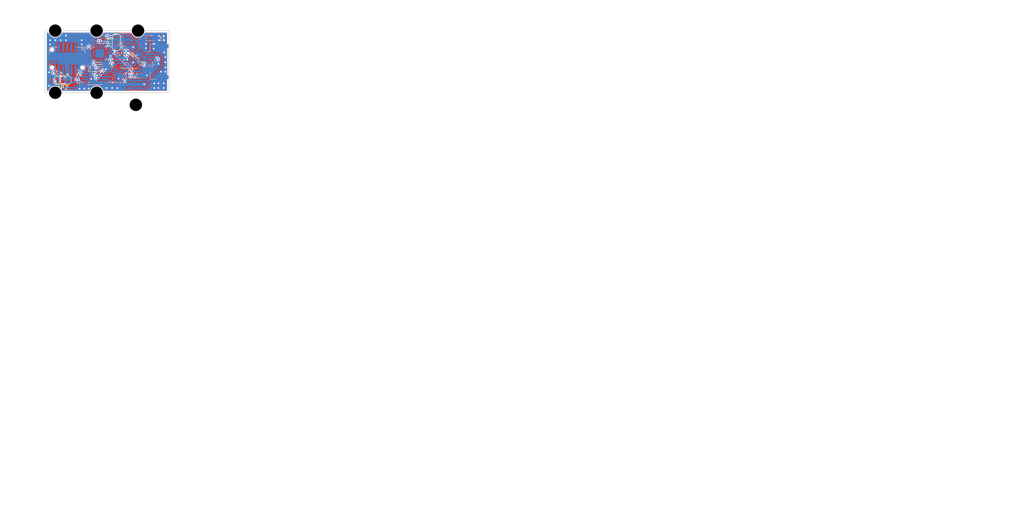
<source format=kicad_pcb>
(kicad_pcb (version 20210722) (generator pcbnew)
  (layers (0 "F.Cu" signal) (31 "B.Cu" signal) (34 "B.Paste" user) (35 "F.Paste" user) (36 "B.SilkS" user "B.Silkscreen") (37 "F.SilkS" user "F.Silkscreen") (38 "B.Mask" user) (39 "F.Mask" user) (44 "Edge.Cuts" user))
  (net 0 "")
  (net 1 "GND")
  (net 2 "+5V")
  (net 3 "+3V3")
  (net 4 "+1V8")
  (net 5 "Net-(C4-Pad1)")
  (net 6 "Net-(JP1-Pad2)")
  (net 7 "/SCL_3V3")
  (net 8 "/SDA_3V3")
  (net 9 "/SDA_1V8")
  (net 10 "/SCL_1V8")
  (net 11 "Net-(R6-Pad2)")
  (net 12 "Net-(R7-Pad2)")
  (net 14 "/P_SDA_1V8")
  (net 15 "/P_SCL_1V8")
  (net 32 "Net-(R10-Pad1)")
  (net 33 "Net-(R1-Pad1)")
  (net 34 "Net-(U1-Pad9)")
  (net 35 "Net-(R11-Pad1)")
  (footprint "Jumper:SolderJumper-3_P1.3mm_Bridged12_RoundedPad1.0x1.5mm" (layer "F.Cu") (at 4.318 -3.048 180)
    (fp_text reference "JP2" (at 0 -1.8) (layer "F.SilkS"))
    (fp_text value "SolderJumper_3_Bridged12")
    (fp_poly (pts (xy -0.9 -0.3) (xy -0.4 -0.3) (xy -0.4 0.3) (xy -0.9 0.3)) (layer "F.Cu") (width 0) (fill solid))
    (pad "1" smd custom locked (at -1.3 0 180) (size 1 0.5) (layers "F.Cu" "F.Mask") (net 1 "GND") (options (clearance outline) (anchor rect)) (primitives (gr_circle (center 0 0.25) (end 0.5 0.25) (width 0) (fill yes)) (gr_circle (center 0 -0.25) (end 0.5 -0.25) (width 0) (fill yes)) (gr_poly (pts (xy 0.55 0.75) (xy 0 0.75) (xy 0 -0.75) (xy 0.55 -0.75)) (width 0) (fill yes))))
    (pad "2" smd rect locked (at 0 0 180) (size 1 1.5) (layers "F.Cu" "F.Mask") (net 34 "Net-(U1-Pad9)"))
    (pad "3" smd custom locked (at 1.3 0 180) (size 1 0.5) (layers "F.Cu" "F.Mask") (net 32 "Net-(R10-Pad1)") (options (clearance outline) (anchor rect)) (primitives (gr_circle (center 0 0.25) (end 0.5 0.25) (width 0) (fill yes)) (gr_circle (center 0 -0.25) (end 0.5 -0.25) (width 0) (fill yes)) (gr_poly (pts (xy 0 0.75) (xy -0.55 0.75) (xy -0.55 -0.75) (xy 0 -0.75)) (width 0) (fill yes))))
  )
  (footprint "Mlab_Mechanical:dira_3mm" (layer "F.Cu") (at 2.5 -15)
    (fp_text reference "M3" hide)
    (fp_text value "HOLE_TF" hide)
    (pad "" np_thru_hole circle locked (at 0 0) (size 3 3) (drill 3) (layers *.Mask))
  )
  (footprint "Mlab_Mechanical:dira_3mm" (layer "F.Cu") (at 22.5 -15)
    (fp_text reference "M8" hide)
    (fp_text value "HOLE_TF" hide)
    (pad "" np_thru_hole circle locked (at 0 0) (size 3 3) (drill 3) (layers *.Mask))
  )
  (footprint "Mlab_Mechanical:dira_3mm" (layer "F.Cu") (at 2.5 0)
    (fp_text reference "M2" hide)
    (fp_text value "HOLE_TF" hide)
    (pad "" np_thru_hole circle locked (at 0 0) (size 3 3) (drill 3) (layers *.Mask))
  )
  (footprint "Jumper:SolderJumper-3_P1.3mm_Bridged12_RoundedPad1.0x1.5mm" (layer "F.Cu") (at 17.272 -12.192 90)
    (fp_text reference "JP1" (at 0 -1.8 90) (layer "F.SilkS"))
    (fp_text value "SolderJumper_3_Bridged12")
    (fp_poly (pts (xy -0.9 -0.3) (xy -0.4 -0.3) (xy -0.4 0.3) (xy -0.9 0.3)) (layer "F.Cu") (width 0) (fill solid))
    (pad "1" smd custom locked (at -1.3 0 90) (size 1 0.5) (layers "F.Cu" "F.Mask") (net 1 "GND") (options (clearance outline) (anchor rect)) (primitives (gr_circle (center 0 0.25) (end 0.5 0.25) (width 0) (fill yes)) (gr_circle (center 0 -0.25) (end 0.5 -0.25) (width 0) (fill yes)) (gr_poly (pts (xy 0.55 0.75) (xy 0 0.75) (xy 0 -0.75) (xy 0.55 -0.75)) (width 0) (fill yes))))
    (pad "2" smd rect locked (at 0 0 90) (size 1 1.5) (layers "F.Cu" "F.Mask") (net 6 "Net-(JP1-Pad2)"))
    (pad "3" smd custom locked (at 1.3 0 90) (size 1 0.5) (layers "F.Cu" "F.Mask") (net 4 "+1V8") (options (clearance outline) (anchor rect)) (primitives (gr_circle (center 0 0.25) (end 0.5 0.25) (width 0) (fill yes)) (gr_circle (center 0 -0.25) (end 0.5 -0.25) (width 0) (fill yes)) (gr_poly (pts (xy 0 0.75) (xy -0.55 0.75) (xy -0.55 -0.75) (xy 0 -0.75)) (width 0) (fill yes))))
  )
  (footprint "Mlab_Mechanical:dira_3mm" (layer "F.Cu") (at 21.971 2.921)
    (fp_text reference "M4" hide)
    (fp_text value "HOLE_TF" hide)
    (pad "" np_thru_hole circle locked (at 0 0) (size 3 3) (drill 3) (layers *.Mask))
  )
  (footprint "Mlab_Mechanical:dira_3mm" (layer "F.Cu") (at 12.5 0)
    (fp_text reference "M1" hide)
    (fp_text value "HOLE_TF" hide)
    (pad "" np_thru_hole circle locked (at 0 0) (size 3 3) (drill 3) (layers *.Mask))
  )
  (footprint "Mlab_Mechanical:dira_3mm" (layer "F.Cu") (at 12.5 -15)
    (fp_text reference "M7" hide)
    (fp_text value "HOLE_TF" hide)
    (pad "" np_thru_hole circle locked (at 0 0) (size 3 3) (drill 3) (layers *.Mask))
  )
  (footprint "Capacitor_SMD:C_0402_1005Metric" (layer "B.Cu") (at 25.527 -1.651)
    (fp_text reference "C5" hide)
    (fp_text value "1uF")
    (pad "1" smd roundrect locked (at -0.48 0) (size 0.56 0.62) (layers "B.Cu" "B.Paste" "B.Mask") (net 2 "+5V"))
    (pad "2" smd roundrect locked (at 0.48 0) (size 0.56 0.62) (layers "B.Cu" "B.Paste" "B.Mask") (net 1 "GND"))
  )
  (footprint "Resistor_SMD:R_0402_1005Metric" (layer "B.Cu") (at 21.082 -10.033 180)
    (fp_text reference "R11" hide)
    (fp_text value "75R")
    (pad "1" smd roundrect locked (at -0.51 0 180) (size 0.54 0.64) (layers "B.Cu" "B.Paste" "B.Mask") (net 35 "Net-(R11-Pad1)"))
    (pad "2" smd roundrect locked (at 0.51 0 180) (size 0.54 0.64) (layers "B.Cu" "B.Paste" "B.Mask") (net 8 "/SDA_3V3"))
  )
  (footprint "Capacitor_SMD:C_0402_1005Metric" (layer "B.Cu") (at 15.748 -5.588 -90)
    (fp_text reference "C9" hide)
    (fp_text value "100nF")
    (pad "1" smd roundrect locked (at -0.48 0 270) (size 0.56 0.62) (layers "B.Cu" "B.Paste" "B.Mask") (net 1 "GND"))
    (pad "2" smd roundrect locked (at 0.48 0 270) (size 0.56 0.62) (layers "B.Cu" "B.Paste" "B.Mask") (net 4 "+1V8"))
  )
  (footprint "Capacitor_SMD:C_0402_1005Metric" (layer "B.Cu") (at 16.129 -10.386 90)
    (fp_text reference "C3" hide)
    (fp_text value "100nF" hide)
    (pad "1" smd roundrect locked (at -0.48 0 90) (size 0.56 0.62) (layers "B.Cu" "B.Paste" "B.Mask") (net 3 "+3V3"))
    (pad "2" smd roundrect locked (at 0.48 0 90) (size 0.56 0.62) (layers "B.Cu" "B.Paste" "B.Mask") (net 1 "GND"))
  )
  (footprint "Resistor_SMD:R_0402_1005Metric" (layer "B.Cu") (at 16.891 -8.255 -90)
    (fp_text reference "R4" hide)
    (fp_text value "1k5")
    (pad "1" smd roundrect locked (at -0.51 0 270) (size 0.54 0.64) (layers "B.Cu" "B.Paste" "B.Mask") (net 4 "+1V8"))
    (pad "2" smd roundrect locked (at 0.51 0 270) (size 0.54 0.64) (layers "B.Cu" "B.Paste" "B.Mask") (net 9 "/SDA_1V8"))
  )
  (footprint "Capacitor_SMD:C_0402_1005Metric" (layer "B.Cu") (at 22.86 -11.176)
    (fp_text reference "C11" hide)
    (fp_text value "10uF")
    (pad "1" smd roundrect locked (at -0.48 0) (size 0.56 0.62) (layers "B.Cu" "B.Paste" "B.Mask") (net 2 "+5V"))
    (pad "2" smd roundrect locked (at 0.48 0) (size 0.56 0.62) (layers "B.Cu" "B.Paste" "B.Mask") (net 1 "GND"))
  )
  (footprint "Capacitor_SMD:C_0402_1005Metric" (layer "B.Cu") (at 11.049 -6.096)
    (fp_text reference "C10" hide)
    (fp_text value "100nF")
    (pad "1" smd roundrect locked (at -0.48 0) (size 0.56 0.62) (layers "B.Cu" "B.Paste" "B.Mask") (net 3 "+3V3"))
    (pad "2" smd roundrect locked (at 0.48 0) (size 0.56 0.62) (layers "B.Cu" "B.Paste" "B.Mask") (net 1 "GND"))
  )
  (footprint "Resistor_SMD:R_0402_1005Metric" (layer "B.Cu") (at 18.034 -10.033)
    (fp_text reference "R3" hide)
    (fp_text value "1k5")
    (pad "1" smd roundrect locked (at -0.51 0) (size 0.54 0.64) (layers "B.Cu" "B.Paste" "B.Mask") (net 3 "+3V3"))
    (pad "2" smd roundrect locked (at 0.51 0) (size 0.54 0.64) (layers "B.Cu" "B.Paste" "B.Mask") (net 8 "/SDA_3V3"))
  )
  (footprint "Diode_SMD:D_SOD-523" (layer "B.Cu") (at 25.527 -13.208)
    (fp_text reference "D2" hide)
    (fp_text value "BZX585-B5V6.115" hide)
    (pad "1" smd rect locked (at -0.7 0 180) (size 0.6 0.7) (layers "B.Cu" "B.Paste" "B.Mask") (net 2 "+5V"))
    (pad "2" smd rect locked (at 0.7 0 180) (size 0.6 0.7) (layers "B.Cu" "B.Paste" "B.Mask") (net 1 "GND"))
  )
  (footprint "Capacitor_SMD:C_0402_1005Metric" (layer "B.Cu") (at 18.542 -4.572 90)
    (fp_text reference "C12" hide)
    (fp_text value "100nF" hide)
    (pad "1" smd roundrect locked (at -0.48 0 90) (size 0.56 0.62) (layers "B.Cu" "B.Paste" "B.Mask") (net 1 "GND"))
    (pad "2" smd roundrect locked (at 0.48 0 90) (size 0.56 0.62) (layers "B.Cu" "B.Paste" "B.Mask") (net 4 "+1V8"))
  )
  (footprint "Capacitor_SMD:C_0402_1005Metric" (layer "B.Cu") (at 22.987 -4.699 -90)
    (fp_text reference "C13" hide)
    (fp_text value "100nF")
    (pad "1" smd roundrect locked (at -0.48 0 270) (size 0.56 0.62) (layers "B.Cu" "B.Paste" "B.Mask") (net 3 "+3V3"))
    (pad "2" smd roundrect locked (at 0.48 0 270) (size 0.56 0.62) (layers "B.Cu" "B.Paste" "B.Mask") (net 1 "GND"))
  )
  (footprint "Package_SO:TSSOP-8_3x3mm_P0.65mm" (layer "B.Cu") (at 12.065 -3.556 180)
    (fp_text reference "U3" hide)
    (fp_text value "TCA9617A")
    (pad "1" smd rect locked (at -2.15 0.975 180) (size 1.1 0.4) (layers "B.Cu" "B.Paste" "B.Mask") (net 4 "+1V8"))
    (pad "2" smd rect locked (at -2.15 0.325 180) (size 1.1 0.4) (layers "B.Cu" "B.Paste" "B.Mask") (net 15 "/P_SCL_1V8"))
    (pad "3" smd rect locked (at -2.15 -0.325 180) (size 1.1 0.4) (layers "B.Cu" "B.Paste" "B.Mask") (net 14 "/P_SDA_1V8"))
    (pad "4" smd rect locked (at -2.15 -0.975 180) (size 1.1 0.4) (layers "B.Cu" "B.Paste" "B.Mask") (net 1 "GND"))
    (pad "5" smd rect locked (at 2.15 -0.975 180) (size 1.1 0.4) (layers "B.Cu" "B.Paste" "B.Mask"))
    (pad "6" smd rect locked (at 2.15 -0.325 180) (size 1.1 0.4) (layers "B.Cu" "B.Paste" "B.Mask") (net 11 "Net-(R6-Pad2)"))
    (pad "7" smd rect locked (at 2.15 0.325 180) (size 1.1 0.4) (layers "B.Cu" "B.Paste" "B.Mask") (net 12 "Net-(R7-Pad2)"))
    (pad "8" smd rect locked (at 2.15 0.975 180) (size 1.1 0.4) (layers "B.Cu" "B.Paste" "B.Mask") (net 3 "+3V3"))
  )
  (footprint "Resistor_SMD:R_0402_1005Metric" (layer "B.Cu") (at 1.651 -3.302 90)
    (fp_text reference "R10" hide)
    (fp_text value "1k2")
    (pad "1" smd roundrect locked (at -0.51 0 90) (size 0.54 0.64) (layers "B.Cu" "B.Paste" "B.Mask") (net 32 "Net-(R10-Pad1)"))
    (pad "2" smd roundrect locked (at 0.51 0 90) (size 0.54 0.64) (layers "B.Cu" "B.Paste" "B.Mask") (net 1 "GND"))
  )
  (footprint "Resistor_SMD:R_0402_1005Metric" (layer "B.Cu") (at 19.812 -4.699 -90)
    (fp_text reference "R1" hide)
    (fp_text value "75R" hide)
    (pad "1" smd roundrect locked (at -0.51 0 270) (size 0.54 0.64) (layers "B.Cu" "B.Paste" "B.Mask") (net 33 "Net-(R1-Pad1)"))
    (pad "2" smd roundrect locked (at 0.51 0 270) (size 0.54 0.64) (layers "B.Cu" "B.Paste" "B.Mask") (net 7 "/SCL_3V3"))
  )
  (footprint "Capacitor_SMD:C_0402_1005Metric" (layer "B.Cu") (at 22.86 -12.573)
    (fp_text reference "C6" hide)
    (fp_text value "1uF")
    (pad "1" smd roundrect locked (at -0.48 0) (size 0.56 0.62) (layers "B.Cu" "B.Paste" "B.Mask") (net 2 "+5V"))
    (pad "2" smd roundrect locked (at 0.48 0) (size 0.56 0.62) (layers "B.Cu" "B.Paste" "B.Mask") (net 1 "GND"))
  )
  (footprint "Resistor_SMD:R_0402_1005Metric" (layer "B.Cu") (at 21.717 -4.699 -90)
    (fp_text reference "R2" hide)
    (fp_text value "1k5")
    (pad "1" smd roundrect locked (at -0.51 0 270) (size 0.54 0.64) (layers "B.Cu" "B.Paste" "B.Mask") (net 3 "+3V3"))
    (pad "2" smd roundrect locked (at 0.51 0 270) (size 0.54 0.64) (layers "B.Cu" "B.Paste" "B.Mask") (net 7 "/SCL_3V3"))
  )
  (footprint "Mlab_IO:SDP3x" (layer "B.Cu") (at 5.4 -8.25 180)
    (fp_text reference "U1" hide)
    (fp_text value "SDP3x")
    (pad "" np_thru_hole circle locked (at 3.65 -2.15 180) (size 0.7 0.7) (drill 0.7) (layers *.Cu *.Mask))
    (pad "" np_thru_hole circle locked (at 3.65 2.15 180) (size 0.7 0.7) (drill 0.7) (layers *.Cu *.Mask))
    (pad "" np_thru_hole circle locked (at -3.65 -2.15 180) (size 0.7 0.7) (drill 0.7) (layers *.Cu *.Mask))
    (pad "1" smd trapezoid locked (at -3.45 1 180) (size 2 0.5) (layers "B.Cu" "B.Paste" "B.Mask") (net 1 "GND"))
    (pad "2" smd trapezoid locked (at -3.45 0 180) (size 2 0.5) (layers "B.Cu" "B.Paste" "B.Mask") (net 1 "GND"))
    (pad "3" smd trapezoid locked (at -3.45 -1 180) (size 2 0.5) (layers "B.Cu" "B.Paste" "B.Mask") (net 1 "GND"))
    (pad "4" smd trapezoid locked (at -2 -2.7 90) (size 2 0.5) (layers "B.Cu" "B.Paste" "B.Mask"))
    (pad "5" smd trapezoid locked (at -1 -2.7 90) (size 2 0.5) (layers "B.Cu" "B.Paste" "B.Mask") (net 12 "Net-(R7-Pad2)"))
    (pad "6" smd trapezoid locked (at 0 -2.7 90) (size 2 0.5) (layers "B.Cu" "B.Paste" "B.Mask") (net 1 "GND"))
    (pad "7" smd trapezoid locked (at 1 -2.7 90) (size 2 0.5) (layers "B.Cu" "B.Paste" "B.Mask") (net 3 "+3V3"))
    (pad "8" smd trapezoid locked (at 2 -2.7 90) (size 2 0.5) (layers "B.Cu" "B.Paste" "B.Mask") (net 11 "Net-(R6-Pad2)"))
    (pad "9" smd trapezoid locked (at 3.45 -1 180) (size 2 0.5) (layers "B.Cu" "B.Paste" "B.Mask") (net 34 "Net-(U1-Pad9)"))
    (pad "10" smd trapezoid locked (at 3.45 0 180) (size 2 0.5) (layers "B.Cu" "B.Paste" "B.Mask") (net 1 "GND"))
    (pad "11" smd trapezoid locked (at 3.45 1 180) (size 2 0.5) (layers "B.Cu" "B.Paste" "B.Mask") (net 1 "GND"))
    (pad "12" smd trapezoid locked (at 2 2.7 90) (size 2 0.5) (layers "B.Cu" "B.Paste" "B.Mask"))
    (pad "13" smd trapezoid locked (at 1 2.7 90) (size 2 0.5) (layers "B.Cu" "B.Paste" "B.Mask"))
    (pad "14" smd trapezoid locked (at 0 2.7 90) (size 2 0.5) (layers "B.Cu" "B.Paste" "B.Mask"))
    (pad "15" smd trapezoid locked (at -1 2.7 90) (size 2 0.5) (layers "B.Cu" "B.Paste" "B.Mask"))
    (pad "16" smd trapezoid locked (at -2 2.7 90) (size 2 0.5) (layers "B.Cu" "B.Paste" "B.Mask"))
    (pad "17" smd trapezoid locked (at 0 0.85 180) (size 1.8 0.9) (layers "B.Cu" "B.Paste" "B.Mask") (net 1 "GND"))
    (pad "18" smd trapezoid locked (at 0 -0.85 180) (size 1.8 0.9) (layers "B.Cu" "B.Paste" "B.Mask") (net 1 "GND"))
  )
  (footprint "Connector_JST:JST_GH_SM04B-GHS-TB_1x04-1MP_P1.25mm_Horizontal" (layer "B.Cu") (at 27.178 -7.5 -90)
    (fp_text reference "J1" (at -5.581 -1.143 180) (layer "B.SilkS") (effects (justify mirror)))
    (fp_text value "SM04B-GHS-TB")
    (pad "1" smd roundrect locked (at -1.875 1.85 270) (size 0.6 1.7) (layers "B.Cu" "B.Paste" "B.Mask") (net 2 "+5V"))
    (pad "2" smd roundrect locked (at -0.625 1.85 270) (size 0.6 1.7) (layers "B.Cu" "B.Paste" "B.Mask") (net 7 "/SCL_3V3"))
    (pad "3" smd roundrect locked (at 0.625 1.85 270) (size 0.6 1.7) (layers "B.Cu" "B.Paste" "B.Mask") (net 8 "/SDA_3V3"))
    (pad "4" smd roundrect locked (at 1.875 1.85 270) (size 0.6 1.7) (layers "B.Cu" "B.Paste" "B.Mask") (net 1 "GND"))
    (pad "MP" smd roundrect locked (at 3.725 -1.35 270) (size 1 2.7) (layers "B.Cu" "B.Paste" "B.Mask") (net 1 "GND"))
    (pad "MP" smd roundrect locked (at -3.725 -1.35 270) (size 1 2.7) (layers "B.Cu" "B.Paste" "B.Mask") (net 1 "GND"))
  )
  (footprint "Capacitor_SMD:C_0402_1005Metric" (layer "B.Cu") (at 11.811 -12.319 180)
    (fp_text reference "C2" hide)
    (fp_text value "100nF")
    (pad "1" smd roundrect locked (at -0.48 0 180) (size 0.56 0.62) (layers "B.Cu" "B.Paste" "B.Mask") (net 4 "+1V8"))
    (pad "2" smd roundrect locked (at 0.48 0 180) (size 0.56 0.62) (layers "B.Cu" "B.Paste" "B.Mask") (net 1 "GND"))
  )
  (footprint "Capacitor_SMD:C_0402_1005Metric" (layer "B.Cu") (at 14.605 -12.446)
    (fp_text reference "C4" hide)
    (fp_text value "100nF")
    (pad "1" smd roundrect locked (at -0.48 0) (size 0.56 0.62) (layers "B.Cu" "B.Paste" "B.Mask") (net 5 "Net-(C4-Pad1)"))
    (pad "2" smd roundrect locked (at 0.48 0) (size 0.56 0.62) (layers "B.Cu" "B.Paste" "B.Mask") (net 1 "GND"))
  )
  (footprint "Resistor_SMD:R_0402_1005Metric" (layer "B.Cu") (at 16.383 -2.794 180)
    (fp_text reference "R8" hide)
    (fp_text value "1k5")
    (pad "1" smd roundrect locked (at -0.51 0 180) (size 0.54 0.64) (layers "B.Cu" "B.Paste" "B.Mask") (net 4 "+1V8"))
    (pad "2" smd roundrect locked (at 0.51 0 180) (size 0.54 0.64) (layers "B.Cu" "B.Paste" "B.Mask") (net 14 "/P_SDA_1V8"))
  )
  (footprint "Capacitor_SMD:C_0402_1005Metric" (layer "B.Cu") (at 4.953 -3.429)
    (fp_text reference "C1" hide)
    (fp_text value "100nF")
    (pad "1" smd roundrect locked (at -0.48 0) (size 0.56 0.62) (layers "B.Cu" "B.Paste" "B.Mask") (net 3 "+3V3"))
    (pad "2" smd roundrect locked (at 0.48 0) (size 0.56 0.62) (layers "B.Cu" "B.Paste" "B.Mask") (net 1 "GND"))
  )
  (footprint "Capacitor_SMD:C_0402_1005Metric" (layer "B.Cu") (at 16.256 -13.081 -90)
    (fp_text reference "C8" hide)
    (fp_text value "1uF")
    (pad "1" smd roundrect locked (at -0.48 0 270) (size 0.56 0.62) (layers "B.Cu" "B.Paste" "B.Mask") (net 4 "+1V8"))
    (pad "2" smd roundrect locked (at 0.48 0 270) (size 0.56 0.62) (layers "B.Cu" "B.Paste" "B.Mask") (net 1 "GND"))
  )
  (footprint "Resistor_SMD:R_0402_1005Metric" (layer "B.Cu") (at 16.891 -6.096 90)
    (fp_text reference "R5" hide)
    (fp_text value "1k5")
    (pad "1" smd roundrect locked (at -0.51 0 90) (size 0.54 0.64) (layers "B.Cu" "B.Paste" "B.Mask") (net 4 "+1V8"))
    (pad "2" smd roundrect locked (at 0.51 0 90) (size 0.54 0.64) (layers "B.Cu" "B.Paste" "B.Mask") (net 10 "/SCL_1V8"))
  )
  (footprint "Resistor_SMD:R_0402_1005Metric" (layer "B.Cu") (at 5.334 -1.778 -90)
    (fp_text reference "R6" hide)
    (fp_text value "1k5")
    (pad "1" smd roundrect locked (at -0.51 0 270) (size 0.54 0.64) (layers "B.Cu" "B.Paste" "B.Mask") (net 3 "+3V3"))
    (pad "2" smd roundrect locked (at 0.51 0 270) (size 0.54 0.64) (layers "B.Cu" "B.Paste" "B.Mask") (net 11 "Net-(R6-Pad2)"))
  )
  (footprint "Package_SO:TSSOP-8_3x3mm_P0.65mm" (layer "B.Cu") (at 20.701 -7.493)
    (fp_text reference "U6" hide)
    (fp_text value "TCA9617A")
    (pad "1" smd rect locked (at -2.15 0.975) (size 1.1 0.4) (layers "B.Cu" "B.Paste" "B.Mask") (net 4 "+1V8"))
    (pad "2" smd rect locked (at -2.15 0.325) (size 1.1 0.4) (layers "B.Cu" "B.Paste" "B.Mask") (net 10 "/SCL_1V8"))
    (pad "3" smd rect locked (at -2.15 -0.325) (size 1.1 0.4) (layers "B.Cu" "B.Paste" "B.Mask") (net 9 "/SDA_1V8"))
    (pad "4" smd rect locked (at -2.15 -0.975) (size 1.1 0.4) (layers "B.Cu" "B.Paste" "B.Mask") (net 1 "GND"))
    (pad "5" smd rect locked (at 2.15 -0.975) (size 1.1 0.4) (layers "B.Cu" "B.Paste" "B.Mask"))
    (pad "6" smd rect locked (at 2.15 -0.325) (size 1.1 0.4) (layers "B.Cu" "B.Paste" "B.Mask") (net 35 "Net-(R11-Pad1)"))
    (pad "7" smd rect locked (at 2.15 0.325) (size 1.1 0.4) (layers "B.Cu" "B.Paste" "B.Mask") (net 33 "Net-(R1-Pad1)"))
    (pad "8" smd rect locked (at 2.15 0.975) (size 1.1 0.4) (layers "B.Cu" "B.Paste" "B.Mask") (net 3 "+3V3"))
  )
  (footprint "Resistor_SMD:R_0402_1005Metric" (layer "B.Cu") (at 6.731 -3.046 90)
    (fp_text reference "R7" hide)
    (fp_text value "1k5")
    (pad "1" smd roundrect locked (at -0.51 0 90) (size 0.54 0.64) (layers "B.Cu" "B.Paste" "B.Mask") (net 3 "+3V3"))
    (pad "2" smd roundrect locked (at 0.51 0 90) (size 0.54 0.64) (layers "B.Cu" "B.Paste" "B.Mask") (net 12 "Net-(R7-Pad2)"))
  )
  (footprint "Package_TO_SOT_SMD:SOT-23-5" (layer "B.Cu") (at 18.923 -12.827 180)
    (fp_text reference "U5" hide)
    (fp_text value "MIC5504-1.8YM5-TR")
    (pad "1" smd roundrect locked (at -1.1375 0.95 180) (size 1.325 0.6) (layers "B.Cu" "B.Paste" "B.Mask") (net 2 "+5V"))
    (pad "2" smd roundrect locked (at -1.1375 0 180) (size 1.325 0.6) (layers "B.Cu" "B.Paste" "B.Mask") (net 1 "GND"))
    (pad "3" smd roundrect locked (at -1.1375 -0.95 180) (size 1.325 0.6) (layers "B.Cu" "B.Paste" "B.Mask") (net 2 "+5V"))
    (pad "4" smd roundrect locked (at 1.1375 -0.95 180) (size 1.325 0.6) (layers "B.Cu" "B.Paste" "B.Mask"))
    (pad "5" smd roundrect locked (at 1.1375 0.95 180) (size 1.325 0.6) (layers "B.Cu" "B.Paste" "B.Mask") (net 4 "+1V8"))
  )
  (footprint "Resistor_SMD:R_0402_1005Metric" (layer "B.Cu") (at 16.383 -3.937 180)
    (fp_text reference "R9" hide)
    (fp_text value "1k5")
    (pad "1" smd roundrect locked (at -0.51 0 180) (size 0.54 0.64) (layers "B.Cu" "B.Paste" "B.Mask") (net 4 "+1V8"))
    (pad "2" smd roundrect locked (at 0.51 0 180) (size 0.54 0.64) (layers "B.Cu" "B.Paste" "B.Mask") (net 15 "/P_SCL_1V8"))
  )
  (footprint "Package_TO_SOT_SMD:SOT-23-5" (layer "B.Cu") (at 21.59 -2.032 180)
    (fp_text reference "U4" hide)
    (fp_text value "MIC5504-3.3YM5-TR" hide)
    (pad "1" smd roundrect locked (at -1.1375 0.95 180) (size 1.325 0.6) (layers "B.Cu" "B.Paste" "B.Mask") (net 2 "+5V"))
    (pad "2" smd roundrect locked (at -1.1375 0 180) (size 1.325 0.6) (layers "B.Cu" "B.Paste" "B.Mask") (net 1 "GND"))
    (pad "3" smd roundrect locked (at -1.1375 -0.95 180) (size 1.325 0.6) (layers "B.Cu" "B.Paste" "B.Mask") (net 2 "+5V"))
    (pad "4" smd roundrect locked (at 1.1375 -0.95 180) (size 1.325 0.6) (layers "B.Cu" "B.Paste" "B.Mask"))
    (pad "5" smd roundrect locked (at 1.1375 0.95 180) (size 1.325 0.6) (layers "B.Cu" "B.Paste" "B.Mask") (net 3 "+3V3"))
  )
  (footprint "Capacitor_SMD:C_0402_1005Metric" (layer "B.Cu") (at 18.542 -2.286 -90)
    (fp_text reference "C7" hide)
    (fp_text value "1uF")
    (pad "1" smd roundrect locked (at -0.48 0 270) (size 0.56 0.62) (layers "B.Cu" "B.Paste" "B.Mask") (net 3 "+3V3"))
    (pad "2" smd roundrect locked (at 0.48 0 270) (size 0.56 0.62) (layers "B.Cu" "B.Paste" "B.Mask") (net 1 "GND"))
  )
  (footprint "Sensor_Motion:InvenSense_QFN-24_3x3mm_P0.4mm" (layer "B.Cu") (at 13.208 -9.525)
    (fp_text reference "U2" hide)
    (fp_text value "ICM-20948")
    (pad "1" smd roundrect locked (at -1.5 1) (size 0.55 0.2) (layers "B.Cu" "B.Paste" "B.Mask"))
    (pad "2" smd roundrect locked (at -1.5 0.6) (size 0.55 0.2) (layers "B.Cu" "B.Paste" "B.Mask"))
    (pad "3" smd roundrect locked (at -1.5 0.2) (size 0.55 0.2) (layers "B.Cu" "B.Paste" "B.Mask"))
    (pad "4" smd roundrect locked (at -1.5 -0.2) (size 0.55 0.2) (layers "B.Cu" "B.Paste" "B.Mask"))
    (pad "5" smd roundrect locked (at -1.5 -0.6) (size 0.55 0.2) (layers "B.Cu" "B.Paste" "B.Mask"))
    (pad "6" smd roundrect locked (at -1.5 -1) (size 0.55 0.2) (layers "B.Cu" "B.Paste" "B.Mask"))
    (pad "7" smd roundrect locked (at -1 -1.5 270) (size 0.55 0.2) (layers "B.Cu" "B.Paste" "B.Mask") (net 15 "/P_SCL_1V8"))
    (pad "8" smd roundrect locked (at -0.6 -1.5 270) (size 0.55 0.2) (layers "B.Cu" "B.Paste" "B.Mask") (net 4 "+1V8"))
    (pad "9" smd roundrect locked (at -0.2 -1.5 270) (size 0.55 0.2) (layers "B.Cu" "B.Paste" "B.Mask") (net 6 "Net-(JP1-Pad2)"))
    (pad "10" smd roundrect locked (at 0.2 -1.5 270) (size 0.55 0.2) (layers "B.Cu" "B.Paste" "B.Mask") (net 5 "Net-(C4-Pad1)"))
    (pad "11" smd roundrect locked (at 0.6 -1.5 270) (size 0.55 0.2) (layers "B.Cu" "B.Paste" "B.Mask") (net 1 "GND"))
    (pad "12" smd roundrect locked (at 1 -1.5 270) (size 0.55 0.2) (layers "B.Cu" "B.Paste" "B.Mask"))
    (pad "13" smd roundrect locked (at 1.5 -1) (size 0.55 0.2) (layers "B.Cu" "B.Paste" "B.Mask") (net 3 "+3V3"))
    (pad "14" smd roundrect locked (at 1.5 -0.6) (size 0.55 0.2) (layers "B.Cu" "B.Paste" "B.Mask"))
    (pad "15" smd roundrect locked (at 1.5 -0.2) (size 0.55 0.2) (layers "B.Cu" "B.Paste" "B.Mask"))
    (pad "16" smd roundrect locked (at 1.5 0.2) (size 0.55 0.2) (layers "B.Cu" "B.Paste" "B.Mask"))
    (pad "17" smd roundrect locked (at 1.5 0.6) (size 0.55 0.2) (layers "B.Cu" "B.Paste" "B.Mask"))
    (pad "18" smd roundrect locked (at 1.5 1) (size 0.55 0.2) (layers "B.Cu" "B.Paste" "B.Mask") (net 1 "GND"))
    (pad "19" smd roundrect locked (at 1 1.5 270) (size 0.55 0.2) (layers "B.Cu" "B.Paste" "B.Mask"))
    (pad "20" smd roundrect locked (at 0.6 1.5 270) (size 0.55 0.2) (layers "B.Cu" "B.Paste" "B.Mask") (net 1 "GND"))
    (pad "21" smd roundrect locked (at 0.2 1.5 270) (size 0.55 0.2) (layers "B.Cu" "B.Paste" "B.Mask") (net 14 "/P_SDA_1V8"))
    (pad "22" smd roundrect locked (at -0.2 1.5 270) (size 0.55 0.2) (layers "B.Cu" "B.Paste" "B.Mask") (net 4 "+1V8"))
    (pad "23" smd roundrect locked (at -0.6 1.5 270) (size 0.55 0.2) (layers "B.Cu" "B.Paste" "B.Mask") (net 10 "/SCL_1V8"))
    (pad "24" smd roundrect locked (at -1 1.5 270) (size 0.55 0.2) (layers "B.Cu" "B.Paste" "B.Mask") (net 9 "/SDA_1V8"))
  )
  (gr_line (start 0 -15) (end 30 -15) (layer "Edge.Cuts") (width 0.15))
  (gr_line (start 30 -15) (end 30 0) (layer "Edge.Cuts") (width 0.15))
  (gr_line (start 0 0) (end 30 0) (layer "Edge.Cuts") (width 0.15))
  (gr_line (start 0 0) (end 0 -15) (layer "Edge.Cuts") (width 0.15))
  (segment (start 21.3 -7.3) (end 21.3 -7.6) (width 0.3) (layer "F.Cu") (net 1))
  (segment (start 21.3 -7.6) (end 21.4 -7.7) (width 0.3) (layer "F.Cu") (net 1))
  (via (at 26.416 -1.143) (size 0.8) (drill 0.4) (layers "F.Cu" "B.Cu") (net 1))
  (via (at 8.89 -11.684) (size 0.8) (drill 0.4) (layers "F.Cu" "B.Cu") (net 1))
  (via (at 27.559 -12.7) (size 0.8) (drill 0.4) (layers "F.Cu" "B.Cu") (net 1))
  (via (at 21.336 -11.049) (size 0.8) (drill 0.4) (layers "F.Cu" "B.Cu") (net 1))
  (via (at 28.829 -9.779) (size 0.8) (drill 0.4) (layers "F.Cu" "B.Cu") (net 1))
  (via (at 1.27 -12.7) (size 0.8) (drill 0.4) (layers "F.Cu" "B.Cu") (net 1))
  (via (at 27.559 -13.716) (size 0.8) (drill 0.4) (layers "F.Cu" "B.Cu") (net 1))
  (via (at 8.382 -1.016) (size 0.8) (drill 0.4) (layers "F.Cu" "B.Cu") (net 1))
  (via (at 27.432 -1.143) (size 0.8) (drill 0.4) (layers "F.Cu" "B.Cu") (net 1))
  (via (at 28.067 -5.08) (size 0.8) (drill 0.4) (layers "F.Cu" "B.Cu") (net 1))
  (via (at 19.883915 -8.053117) (size 0.8) (drill 0.4) (layers "F.Cu" "B.Cu") (net 1))
  (via (at 5.08 -13.843) (size 0.8) (drill 0.4) (layers "F.Cu" "B.Cu") (net 1))
  (via (at 14.859 -1.143) (size 0.8) (drill 0.4) (layers "F.Cu" "B.Cu") (net 1))
  (via (at 11.176 -3.302) (size 0.8) (drill 0.4) (layers "F.Cu" "B.Cu") (net 1))
  (via (at 29.083 -7.366) (size 0.8) (drill 0.4) (layers "F.Cu" "B.Cu") (net 1))
  (via (at 27.432 -2.286) (size 0.8) (drill 0.4) (layers "F.Cu" "B.Cu") (net 1))
  (via (at 1.016 -4.953) (size 0.8) (drill 0.4) (layers "F.Cu" "B.Cu") (net 1))
  (via (at 29.083 -8.636) (size 0.8) (drill 0.4) (layers "F.Cu" "B.Cu") (net 1))
  (via (at 15.875 -8.89) (size 0.8) (drill 0.4) (layers "F.Cu" "B.Cu") (net 1))
  (via (at 28.702 -12.7) (size 0.8) (drill 0.4) (layers "F.Cu" "B.Cu") (net 1))
  (via (at 8.89 -12.7) (size 0.8) (drill 0.4) (layers "F.Cu" "B.Cu") (net 1))
  (via (at 21.3 -7.3) (size 0.8) (drill 0.4) (layers "F.Cu" "B.Cu") (net 1))
  (via (at 10.541 -1.016) (size 0.8) (drill 0.4) (layers "F.Cu" "B.Cu") (net 1))
  (via (at 1.27 -11.684) (size 0.8) (drill 0.4) (layers "F.Cu" "B.Cu") (net 1))
  (via (at 28.702 -2.286) (size 0.8) (drill 0.4) (layers "F.Cu" "B.Cu") (net 1))
  (via (at 17.526 -1.143) (size 0.8) (drill 0.4) (layers "F.Cu" "B.Cu") (net 1))
  (via (at 29.083 -6.096) (size 0.8) (drill 0.4) (layers "F.Cu" "B.Cu") (net 1))
  (via (at 1.016 -1.651) (size 0.8) (drill 0.4) (layers "F.Cu" "B.Cu") (net 1))
  (via (at 15.113 -11.303) (size 0.8) (drill 0.4) (layers "F.Cu" "B.Cu") (net 1))
  (via (at 24.638 -4.191) (size 0.8) (drill 0.4) (layers "F.Cu" "B.Cu") (net 1))
  (via (at 2.54 -12.7) (size 0.8) (drill 0.4) (layers "F.Cu" "B.Cu") (net 1))
  (via (at 24.384 -10.795) (size 0.8) (drill 0.4) (layers "F.Cu" "B.Cu") (net 1))
  (via (at 26.416 -2.286) (size 0.8) (drill 0.4) (layers "F.Cu" "B.Cu") (net 1))
  (via (at 17.78 -3.429) (size 0.8) (drill 0.4) (layers "F.Cu" "B.Cu") (net 1))
  (via (at 5.08 -12.7) (size 0.8) (drill 0.4) (layers "F.Cu" "B.Cu") (net 1))
  (via (at 27.432 -6.985) (size 0.8) (drill 0.4) (layers "F.Cu" "B.Cu") (net 1))
  (via (at 26.289 -11.811) (size 0.8) (drill 0.4) (layers "F.Cu" "B.Cu") (net 1))
  (via (at 16.256 -1.143) (size 0.8) (drill 0.4) (layers "F.Cu" "B.Cu") (net 1))
  (via (at 9.525 -1.016) (size 0.8) (drill 0.4) (layers "F.Cu" "B.Cu") (net 1))
  (via (at 24.384 -11.811) (size 0.8) (drill 0.4) (layers "F.Cu" "B.Cu") (net 1))
  (via (at 26.289 -10.668) (size 0.8) (drill 0.4) (layers "F.Cu" "B.Cu") (net 1))
  (via (at 3.81 -12.7) (size 0.8) (drill 0.4) (layers "F.Cu" "B.Cu") (net 1))
  (via (at 28.702 -13.716) (size 0.8) (drill 0.4) (layers "F.Cu" "B.Cu") (net 1))
  (via (at 14.732 -5.715) (size 0.8) (drill 0.4) (layers "F.Cu" "B.Cu") (net 1))
  (via (at 29.083 -5.08) (size 0.8) (drill 0.4) (layers "F.Cu" "B.Cu") (net 1))
  (via (at 28.702 -1.143) (size 0.8) (drill 0.4) (layers "F.Cu" "B.Cu") (net 1))
  (via (at 23.977167 -2.031375) (size 0.8) (drill 0.4) (layers "F.Cu" "B.Cu") (net 1))
  (segment (start 14.45 -11.811) (end 15.085 -12.446) (width 0.2) (layer "B.Cu") (net 1))
  (segment (start 13.808 -11.401368) (end 14.217632 -11.811) (width 0.2) (layer "B.Cu") (net 1))
  (segment (start 13.808 -11.025) (end 13.808 -11.401368) (width 0.2) (layer "B.Cu") (net 1))
  (segment (start 14.708 -8.525) (end 15.51 -8.525) (width 0.2) (layer "B.Cu") (net 1))
  (segment (start 15.51 -8.525) (end 15.875 -8.89) (width 0.2) (layer "B.Cu") (net 1))
  (segment (start 23.976542 -2.032) (end 23.977167 -2.031375) (width 0.4) (layer "B.Cu") (net 1))
  (segment (start 22.7275 -2.032) (end 23.976542 -2.032) (width 0.4) (layer "B.Cu") (net 1))
  (segment (start 21.2 -7.3) (end 21.3 -7.3) (width 0.3) (layer "B.Cu") (net 1))
  (segment (start 14.217632 -11.811) (end 14.45 -11.811) (width 0.2) (layer "B.Cu") (net 1))
  (segment (start 21.844 -12.573) (end 20.64 -13.777) (width 0.3) (layer "B.Cu") (net 2))
  (segment (start 24.323 -2.982) (end 23.937 -2.982) (width 0.3) (layer "B.Cu") (net 2))
  (segment (start 20.64 -13.777) (end 20.0605 -13.777) (width 0.3) (layer "B.Cu") (net 2))
  (segment (start 25.328 -12.707) (end 24.827 -13.208) (width 0.5) (layer "B.Cu") (net 2))
  (segment (start 23.937 -2.982) (end 22.7275 -2.982) (width 0.3) (layer "B.Cu") (net 2))
  (segment (start 24.478 -1.082) (end 22.7275 -1.082) (width 0.3) (layer "B.Cu") (net 2))
  (segment (start 22.098 -12.573) (end 21.844 -12.573) (width 0.3) (layer "B.Cu") (net 2))
  (segment (start 25.047 -1.651) (end 24.478 -1.082) (width 0.3) (layer "B.Cu") (net 2))
  (segment (start 22.38 -11.176) (end 22.38 -10.866) (width 0.3) (layer "B.Cu") (net 2))
  (segment (start 23.871 -9.375) (end 25.328 -9.375) (width 0.3) (layer "B.Cu") (net 2))
  (segment (start 24.826 -2.982) (end 25.047 -2.761) (width 0.3) (layer "B.Cu") (net 2))
  (segment (start 22.126 -12.037) (end 22.38 -12.037) (width 0.3) (layer "B.Cu") (net 2))
  (segment (start 24.826 -2.982) (end 24.323 -2.982) (width 0.3) (layer "B.Cu") (net 2))
  (segment (start 25.328 -9.375) (end 25.328 -12.707) (width 0.5) (layer "B.Cu") (net 2))
  (segment (start 22.38 -11.839) (end 22.38 -11.176) (width 0.3) (layer "B.Cu") (net 2))
  (segment (start 22.38 -10.866) (end 23.871 -9.375) (width 0.3) (layer "B.Cu") (net 2))
  (segment (start 25.047 -2.761) (end 25.047 -1.651) (width 0.3) (layer "B.Cu") (net 2))
  (segment (start 22.38 -12.573) (end 22.38 -12.037) (width 0.3) (layer "B.Cu") (net 2))
  (segment (start 21.844 -12.573) (end 21.59 -12.827) (width 0.3) (layer "B.Cu") (net 2))
  (segment (start 22.098 -12.065) (end 22.126 -12.037) (width 0.3) (layer "B.Cu") (net 2))
  (segment (start 27.582 -9.375) (end 28.321 -8.636) (width 0.3) (layer "B.Cu") (net 2))
  (segment (start 28.321 -8.636) (end 28.321 -6.477) (width 0.3) (layer "B.Cu") (net 2))
  (segment (start 22.38 -12.037) (end 22.38 -11.839) (width 0.3) (layer "B.Cu") (net 2))
  (segment (start 28.321 -6.477) (end 24.826 -2.982) (width 0.3) (layer "B.Cu") (net 2))
  (segment (start 22.38 -12.573) (end 22.098 -12.573) (width 0.3) (layer "B.Cu") (net 2))
  (segment (start 20.0605 -11.877) (end 22.342 -11.877) (width 0.3) (layer "B.Cu") (net 2))
  (segment (start 22.098 -12.573) (end 22.098 -12.065) (width 0.3) (layer "B.Cu") (net 2))
  (segment (start 22.7275 -1.082) (end 23.468934 -1.082) (width 0.4) (layer "B.Cu") (net 2))
  (segment (start 25.328 -9.375) (end 27.582 -9.375) (width 0.3) (layer "B.Cu") (net 2))
  (segment (start 22.342 -11.877) (end 22.38 -11.839) (width 0.3) (layer "B.Cu") (net 2))
  (segment (start 18.542 -2.286) (end 19.238 -2.982) (width 0.3) (layer "F.Cu") (net 3))
  (segment (start 8.636 -2.286) (end 18.542 -2.286) (width 0.3) (layer "F.Cu") (net 3))
  (segment (start 19.238 -3.911277) (end 20.391612 -5.064889) (width 0.4) (layer "F.Cu") (net 3))
  (segment (start 16.868069 -9.802021) (end 20.88797 -5.78212) (width 0.4) (layer "F.Cu") (net 3))
  (segment (start 7.852166 -3.069834) (end 7.852166 -3.973666) (width 0.3) (layer "F.Cu") (net 3))
  (segment (start 7.852166 -3.069834) (end 8.636 -2.286) (width 0.3) (layer "F.Cu") (net 3))
  (segment (start 20.391612 -5.064889) (end 20.88797 -5.064889) (width 0.4) (layer "F.Cu") (net 3))
  (segment (start 19.238 -2.982) (end 19.238 -3.911277) (width 0.4) (layer "F.Cu") (net 3))
  (segment (start 7.852166 -3.973666) (end 8.509 -4.6305) (width 0.3) (layer "F.Cu") (net 3))
  (segment (start 20.88797 -5.78212) (end 20.88797 -5.064889) (width 0.4) (layer "F.Cu") (net 3))
  (via (at 16.868069 -9.802021) (size 0.8) (drill 0.4) (layers "F.Cu" "B.Cu") (net 3))
  (via (at 20.88797 -5.064889) (size 0.8) (drill 0.4) (layers "F.Cu" "B.Cu") (net 3))
  (via (at 19.238 -2.982) (size 0.8) (drill 0.4) (layers "F.Cu" "B.Cu") (net 3))
  (via (at 7.852166 -3.069834) (size 0.8) (drill 0.4) (layers "F.Cu" "B.Cu") (net 3))
  (via (at 8.509 -4.6305) (size 0.8) (drill 0.4) (layers "F.Cu" "B.Cu") (net 3))
  (segment (start 5.888 -2.288) (end 5.334 -2.288) (width 0.3) (layer "B.Cu") (net 3))
  (segment (start 8.6085 -4.531) (end 8.509 -4.6305) (width 0.3) (layer "B.Cu") (net 3))
  (segment (start 9.915 -5.442) (end 10.569 -6.096) (width 0.3) (layer "B.Cu") (net 3))
  (segment (start 21.717 -5.209) (end 22.957 -5.209) (width 0.4) (layer "B.Cu") (net 3))
  (segment (start 21.717 -5.209) (end 21.032081 -5.209) (width 0.4) (layer "B.Cu") (net 3))
  (segment (start 19.022 -2.766) (end 19.238 -2.982) (width 0.4) (layer "B.Cu") (net 3))
  (segment (start 5.212 -2.288) (end 4.473 -3.027) (width 0.3) (layer "B.Cu") (net 3))
  (segment (start 14.708 -10.525) (end 15.51 -10.525) (width 0.2) (layer "B.Cu") (net 3))
  (segment (start 6.731 -2.536) (end 7.318332 -2.536) (width 0.3) (layer "B.Cu") (net 3))
  (segment (start 5.334 -2.288) (end 5.212 -2.288) (width 0.3) (layer "B.Cu") (net 3))
  (segment (start 4.473 -3.429) (end 4.473 -3.027) (width 0.3) (layer "B.Cu") (net 3))
  (segment (start 15.51 -10.525) (end 16.129 -9.906) (width 0.2) (layer "B.Cu") (net 3))
  (segment (start 6.731 -2.536) (end 6.136 -2.536) (width 0.3) (layer "B.Cu") (net 3))
  (segment (start 21.032081 -5.209) (end 20.88797 -5.064889) (width 0.4) (layer "B.Cu") (net 3))
  (segment (start 22.851 -6.518) (end 22.851 -5.315) (width 0.3) (layer "B.Cu") (net 3))
  (segment (start 22.957 -5.209) (end 22.987 -5.179) (width 0.4) (layer "B.Cu") (net 3))
  (segment (start 6.136 -2.536) (end 5.888 -2.288) (width 0.3) (layer "B.Cu") (net 3))
  (segment (start 18.542 -2.766) (end 19.022 -2.766) (width 0.4) (layer "B.Cu") (net 3))
  (segment (start 16.129 -9.906) (end 17.397 -9.906) (width 0.2) (layer "B.Cu") (net 3))
  (segment (start 9.915 -4.531) (end 9.915 -5.442) (width 0.3) (layer "B.Cu") (net 3))
  (segment (start 16.76409 -9.906) (end 16.868069 -9.802021) (width 0.2) (layer "B.Cu") (net 3))
  (segment (start 4.4 -5.55) (end 4.4 -3.502) (width 0.3) (layer "B.Cu") (net 3))
  (segment (start 16.129 -9.906) (end 16.76409 -9.906) (width 0.2) (layer "B.Cu") (net 3))
  (segment (start 9.915 -4.531) (end 8.6085 -4.531) (width 0.3) (layer "B.Cu") (net 3))
  (segment (start 7.318332 -2.536) (end 7.852166 -3.069834) (width 0.3) (layer "B.Cu") (net 3))
  (segment (start 22.851 -5.315) (end 22.987 -5.179) (width 0.3) (layer "B.Cu") (net 3))
  (segment (start 17.397 -9.906) (end 17.524 -10.033) (width 0.2) (layer "B.Cu") (net 3))
  (segment (start 20.4525 -2.982) (end 19.238 -2.982) (width 0.4) (layer "B.Cu") (net 3))
  (segment (start 18.808489 -13.255511) (end 18.572 -13.492) (width 0.3) (layer "F.Cu") (net 4))
  (segment (start 15.113 -13.589) (end 17.175 -13.589) (width 0.3) (layer "F.Cu") (net 4))
  (segment (start 18.808489 -12.705495) (end 18.808489 -13.255511) (width 0.3) (layer "F.Cu") (net 4))
  (segment (start 15.337 -13.365) (end 15.113 -13.589) (width 0.3) (layer "F.Cu") (net 4))
  (segment (start 18.572 -13.492) (end 17.272 -13.492) (width 0.3) (layer "F.Cu") (net 4))
  (segment (start 19.428816 -9.052907) (end 19.754019 -9.052907) (width 0.3) (layer "F.Cu") (net 4))
  (segment (start 17.272 -13.365) (end 17.767984 -13.365) (width 0.3) (layer "F.Cu") (net 4))
  (segment (start 18.808489 -12.705495) (end 18.808489 -12.324495) (width 0.3) (layer "F.Cu") (net 4))
  (segment (start 17.175 -13.589) (end 17.272 -13.492) (width 0.3) (layer "F.Cu") (net 4))
  (segment (start 18.808489 -12.705495) (end 18.808489 -9.673234) (width 0.3) (layer "F.Cu") (net 4))
  (segment (start 18.808489 -9.673234) (end 19.428816 -9.052907) (width 0.3) (layer "F.Cu") (net 4))
  (via (at 19.754019 -9.052907) (size 0.8) (drill 0.4) (layers "F.Cu" "B.Cu") (net 4))
  (via (at 15.113 -13.589) (size 0.8) (drill 0.4) (layers "F.Cu" "B.Cu") (net 4))
  (segment (start 16.893 -4.793) (end 16.891 -4.795) (width 0.3) (layer "B.Cu") (net 4))
  (segment (start 19.95 -7.05) (end 20.550499 -7.650499) (width 0.3) (layer "B.Cu") (net 4))
  (segment (start 14.215 -4.531) (end 15.171 -4.531) (width 0.3) (layer "B.Cu") (net 4))
  (segment (start 18.542 -5.052) (end 18.542 -6.509) (width 0.3) (layer "B.Cu") (net 4))
  (segment (start 12.291 -12.657813) (end 12.291 -12.319) (width 0.3) (layer "B.Cu") (net 4))
  (segment (start 16.228 -13.589) (end 16.256 -13.561) (width 0.3) (layer "B.Cu") (net 4))
  (segment (start 13.008 -6.607005) (end 13.108011 -6.506994) (width 0.2) (layer "B.Cu") (net 4))
  (segment (start 15.171 -4.531) (end 15.748 -5.108) (width 0.3) (layer "B.Cu") (net 4))
  (segment (start 19.418 -6.518) (end 19.95 -7.05) (width 0.3) (layer "B.Cu") (net 4))
  (segment (start 16.891 -4.795) (end 16.891 -5.586) (width 0.3) (layer "B.Cu") (net 4))
  (segment (start 18.551 -6.518) (end 18.551 -5.597) (width 0.3) (layer "B.Cu") (net 4))
  (segment (start 18.54 -5.586) (end 18.551 -5.597) (width 0.3) (layer "B.Cu") (net 4))
  (segment (start 16.505 -4.795) (end 16.192 -5.108) (width 0.3) (layer "B.Cu") (net 4))
  (segment (start 16.878 -5.108) (end 16.893 -5.093) (width 0.3) (layer "B.Cu") (net 4))
  (segment (start 18.551 -5.061) (end 18.542 -5.052) (width 0.3) (layer "B.Cu") (net 4))
  (segment (start 16.893 -5.093) (end 16.893 -5.233) (width 0.3) (layer "B.Cu") (net 4))
  (segment (start 16.893 -2.794) (end 16.893 -3.937) (width 0.3) (layer "B.Cu") (net 4))
  (segment (start 13.008 -8.025) (end 13.008 -6.607005) (width 0.2) (layer "B.Cu") (net 4))
  (segment (start 17.397 -9.271) (end 19.558 -9.271) (width 0.3) (layer "B.Cu") (net 4))
  (segment (start 15.748 -5.108) (end 16.192 -5.108) (width 0.3) (layer "B.Cu") (net 4))
  (segment (start 16.891 -4.795) (end 16.505 -4.795) (width 0.3) (layer "B.Cu") (net 4))
  (segment (start 20.550499 -7.650499) (end 20.550499 -7.710455) (width 0.3) (layer "B.Cu") (net 4))
  (segment (start 18.048 -5.052) (end 18.542 -5.052) (width 0.3) (layer "B.Cu") (net 4))
  (segment (start 17.7855 -13.777) (end 16.472 -13.777) (width 0.3) (layer "B.Cu") (net 4))
  (segment (start 13.108011 -6.506994) (end 13.108011 -4.798989) (width 0.2) (layer "B.Cu") (net 4))
  (segment (start 14.701547 -13.177547) (end 12.810734 -13.177547) (width 0.3) (layer "B.Cu") (net 4))
  (segment (start 16.893 -4.793) (end 16.893 -5.093) (width 0.3) (layer "B.Cu") (net 4))
  (segment (start 18.551 -6.518) (end 19.418 -6.518) (width 0.3) (layer "B.Cu") (net 4))
  (segment (start 20.701 -7.860956) (end 20.701 -8.763) (width 0.3) (layer "B.Cu") (net 4))
  (segment (start 12.810734 -13.177547) (end 12.291 -12.657813) (width 0.3) (layer "B.Cu") (net 4))
  (segment (start 18.551 -5.597) (end 18.551 -5.061) (width 0.3) (layer "B.Cu") (net 4))
  (segment (start 16.472 -13.777) (end 16.256 -13.561) (width 0.3) (layer "B.Cu") (net 4))
  (segment (start 16.891 -5.586) (end 17.514 -5.586) (width 0.3) (layer "B.Cu") (net 4))
  (segment (start 16.891 -8.765) (end 17.397 -9.271) (width 0.3) (layer "B.Cu") (net 4))
  (segment (start 20.701 -8.763) (end 20.411093 -9.052907) (width 0.3) (layer "B.Cu") (net 4))
  (segment (start 16.893 -3.937) (end 16.893 -4.793) (width 0.3) (layer "B.Cu") (net 4))
  (segment (start 15.113 -13.589) (end 14.701547 -13.177547) (width 0.3) (layer "B.Cu") (net 4))
  (segment (start 19.726 -6.826) (end 19.95 -7.05) (width 0.3) (layer "B.Cu") (net 4))
  (segment (start 20.411093 -9.052907) (end 19.754019 -9.052907) (width 0.3) (layer "B.Cu") (net 4))
  (segment (start 17.246 -5.586) (end 16.891 -5.586) (width 0.3) (layer "B.Cu") (net 4))
  (segment (start 12.608 -11.825501) (end 12.291 -12.142501) (width 0.2) (layer "B.Cu") (net 4))
  (segment (start 13.376 -4.531) (end 13.108011 -4.798989) (width 0.2) (layer "B.Cu") (net 4))
  (segment (start 15.113 -13.589) (end 16.228 -13.589) (width 0.3) (layer "B.Cu") (net 4))
  (segment (start 17.514 -5.586) (end 18.048 -5.052) (width 0.3) (layer "B.Cu") (net 4))
  (segment (start 18.415 -5.179) (end 18.542 -5.052) (width 0.3) (layer "B.Cu") (net 4))
  (segment (start 18.542 -6.509) (end 18.551 -6.518) (width 0.3) (layer "B.Cu") (net 4))
  (segment (start 12.608 -11.025) (end 12.608 -11.825501) (width 0.2) (layer "B.Cu") (net 4))
  (segment (start 14.215 -4.531) (end 13.376 -4.531) (width 0.2) (layer "B.Cu") (net 4))
  (segment (start 12.291 -12.142501) (end 12.291 -12.319) (width 0.2) (layer "B.Cu") (net 4))
  (segment (start 20.550499 -7.710455) (end 20.701 -7.860956) (width 0.3) (layer "B.Cu") (net 4))
  (segment (start 19.558 -9.271) (end 19.939 -8.89) (width 0.3) (layer "B.Cu") (net 4))
  (segment (start 14.125 -12.315287) (end 13.408 -11.598287) (width 0.2) (layer "B.Cu") (net 5))
  (segment (start 13.408 -11.598287) (end 13.408 -11.025) (width 0.2) (layer "B.Cu") (net 5))
  (segment (start 14.125 -12.446) (end 14.125 -12.315287) (width 0.2) (layer "B.Cu") (net 5))
  (segment (start 17.272 -12.192) (end 13.406536 -12.192) (width 0.3) (layer "F.Cu") (net 6))
  (segment (start 13.406536 -12.192) (end 13.1705 -12.428036) (width 0.3) (layer "F.Cu") (net 6))
  (via (at 13.1705 -12.428036) (size 0.8) (drill 0.4) (layers "F.Cu" "B.Cu") (net 6))
  (segment (start 13.008 -12.265536) (end 13.008 -11.025) (width 0.2) (layer "B.Cu") (net 6))
  (segment (start 13.1705 -12.428036) (end 13.008 -12.265536) (width 0.2) (layer "B.Cu") (net 6))
  (segment (start 23.136796 -4.086796) (end 20.682203 -4.086796) (width 0.3) (layer "F.Cu") (net 7))
  (segment (start 27.178 -8.128) (end 23.136796 -4.086796) (width 0.3) (layer "F.Cu") (net 7))
  (via (at 20.682203 -4.086796) (size 0.8) (drill 0.4) (layers "F.Cu" "B.Cu") (net 7))
  (via (at 27.178 -8.128) (size 0.8) (drill 0.4) (layers "F.Cu" "B.Cu") (net 7))
  (segment (start 25.328 -8.125) (end 27.175 -8.125) (width 0.3) (layer "B.Cu") (net 7))
  (segment (start 19.812 -4.189) (end 20.579999 -4.189) (width 0.3) (layer "B.Cu") (net 7))
  (segment (start 20.784407 -4.189) (end 20.682203 -4.086796) (width 0.3) (layer "B.Cu") (net 7))
  (segment (start 20.579999 -4.189) (end 20.682203 -4.086796) (width 0.3) (layer "B.Cu") (net 7))
  (segment (start 21.717 -4.189) (end 20.784407 -4.189) (width 0.3) (layer "B.Cu") (net 7))
  (segment (start 27.175 -8.125) (end 27.178 -8.128) (width 0.3) (layer "B.Cu") (net 7))
  (segment (start 20.32 -10.033) (end 23.495 -6.858) (width 0.3) (layer "F.Cu") (net 8))
  (segment (start 19.812 -10.033) (end 20.32 -10.033) (width 0.3) (layer "F.Cu") (net 8))
  (segment (start 23.495 -6.858) (end 24.003 -6.858) (width 0.3) (layer "F.Cu") (net 8))
  (via (at 19.558 -10.033) (size 0.8) (drill 0.4) (layers "F.Cu" "B.Cu") (net 8))
  (via (at 24.003 -6.858) (size 0.8) (drill 0.4) (layers "F.Cu" "B.Cu") (net 8))
  (segment (start 19.812 -10.033) (end 18.544 -10.033) (width 0.3) (layer "B.Cu") (net 8))
  (segment (start 19.558 -10.033) (end 20.572 -10.033) (width 0.3) (layer "B.Cu") (net 8))
  (segment (start 25.328 -6.875) (end 24.02 -6.875) (width 0.3) (layer "B.Cu") (net 8))
  (segment (start 24.02 -6.875) (end 24.003 -6.858) (width 0.3) (layer "B.Cu") (net 8))
  (segment (start 11.9085 -7.1364) (end 11.975703 -7.069197) (width 0.2) (layer "F.Cu") (net 9))
  (segment (start 15.875 -7.890497) (end 15.0537 -7.069197) (width 0.3) (layer "F.Cu") (net 9))
  (segment (start 15.0537 -7.069197) (end 11.975703 -7.069197) (width 0.3) (layer "F.Cu") (net 9))
  (via (at 15.875 -7.890497) (size 0.8) (drill 0.4) (layers "F.Cu" "B.Cu") (net 9))
  (via (at 11.9085 -7.1364) (size 0.8) (drill 0.4) (layers "F.Cu" "B.Cu") (net 9))
  (segment (start 16.020497 -7.745) (end 16.891 -7.745) (width 0.3) (layer "B.Cu") (net 9))
  (segment (start 11.9085 -7.1364) (end 12.208 -7.4359) (width 0.2) (layer "B.Cu") (net 9))
  (segment (start 15.875 -7.890497) (end 16.020497 -7.745) (width 0.3) (layer "B.Cu") (net 9))
  (segment (start 18.478 -7.745) (end 16.891 -7.745) (width 0.3) (layer "B.Cu") (net 9))
  (segment (start 18.551 -7.818) (end 18.478 -7.745) (width 0.3) (layer "B.Cu") (net 9))
  (segment (start 12.208 -7.4359) (end 12.208 -8.025) (width 0.2) (layer "B.Cu") (net 9))
  (segment (start 12.755188 -6.569677) (end 12.408511 -6.223) (width 0.3) (layer "F.Cu") (net 10))
  (segment (start 16.14495 -6.92814) (end 15.786487 -6.569677) (width 0.3) (layer "F.Cu") (net 10))
  (segment (start 15.786487 -6.569677) (end 12.755188 -6.569677) (width 0.3) (layer "F.Cu") (net 10))
  (via (at 16.14495 -6.92814) (size 0.8) (drill 0.4) (layers "F.Cu" "B.Cu") (net 10))
  (via (at 12.408511 -6.223) (size 0.8) (drill 0.4) (layers "F.Cu" "B.Cu") (net 10))
  (segment (start 17.453 -7.168) (end 16.891 -6.606) (width 0.3) (layer "B.Cu") (net 10))
  (segment (start 16.79948 -6.69752) (end 16.891 -6.606) (width 0.3) (layer "B.Cu") (net 10))
  (segment (start 12.408511 -6.223) (end 12.608 -6.422489) (width 0.2) (layer "B.Cu") (net 10))
  (segment (start 16.14495 -6.92814) (end 16.37557 -6.69752) (width 0.3) (layer "B.Cu") (net 10))
  (segment (start 18.551 -7.168) (end 17.453 -7.168) (width 0.3) (layer "B.Cu") (net 10))
  (segment (start 16.37557 -6.69752) (end 16.79948 -6.69752) (width 0.3) (layer "B.Cu") (net 10))
  (segment (start 12.608 -6.422489) (end 12.608 -8.025) (width 0.2) (layer "B.Cu") (net 10))
  (segment (start 3.4 -2.442) (end 4.574 -1.268) (width 0.3) (layer "B.Cu") (net 11))
  (segment (start 4.574 -1.268) (end 5.334 -1.268) (width 0.3) (layer "B.Cu") (net 11))
  (segment (start 3.4 -2.442) (end 3.683 -2.159) (width 0.3) (layer "B.Cu") (net 11))
  (segment (start 5.334 -1.268) (end 7.110286 -1.268) (width 0.3) (layer "B.Cu") (net 11))
  (segment (start 7.110286 -1.268) (end 9.073286 -3.231) (width 0.3) (layer "B.Cu") (net 11))
  (segment (start 9.073286 -3.231) (end 9.915 -3.231) (width 0.3) (layer "B.Cu") (net 11))
  (segment (start 3.4 -5.55) (end 3.4 -2.442) (width 0.3) (layer "B.Cu") (net 11))
  (segment (start 9.915 -3.881) (end 8.181 -3.881) (width 0.3) (layer "B.Cu") (net 12))
  (segment (start 6.4 -3.887) (end 6.406 -3.881) (width 0.3) (layer "B.Cu") (net 12))
  (segment (start 7.481 -3.881) (end 7.156 -3.556) (width 0.3) (layer "B.Cu") (net 12))
  (segment (start 6.406 -3.881) (end 6.731 -3.556) (width 0.3) (layer "B.Cu") (net 12))
  (segment (start 8.181 -3.881) (end 7.481 -3.881) (width 0.3) (layer "B.Cu") (net 12))
  (segment (start 7.156 -3.556) (end 6.731 -3.556) (width 0.3) (layer "B.Cu") (net 12))
  (segment (start 6.4 -5.55) (end 6.4 -3.887) (width 0.3) (layer "B.Cu") (net 12))
  (segment (start 13.807511 -5.334) (end 13.807511 -4.807511) (width 0.3) (layer "F.Cu") (net 14))
  (segment (start 12.619102 -3.619102) (end 12.465944 -3.619102) (width 0.3) (layer "F.Cu") (net 14))
  (segment (start 13.807511 -4.807511) (end 12.619102 -3.619102) (width 0.3) (layer "F.Cu") (net 14))
  (via (at 12.465944 -3.619102) (size 0.8) (drill 0.4) (layers "F.Cu" "B.Cu") (net 14))
  (via (at 13.807511 -5.334) (size 0.8) (drill 0.4) (layers "F.Cu" "B.Cu") (net 14))
  (segment (start 13.507531 -6.939469) (end 13.408 -7.039) (width 0.2) (layer "B.Cu") (net 14))
  (segment (start 13.507531 -5.63398) (end 13.507531 -6.939469) (width 0.2) (layer "B.Cu") (net 14))
  (segment (start 13.807511 -5.334) (end 13.507531 -5.63398) (width 0.2) (layer "B.Cu") (net 14))
  (segment (start 12.854046 -3.231) (end 14.215 -3.231) (width 0.3) (layer "B.Cu") (net 14))
  (segment (start 14.215 -3.231) (end 14.171489 -3.187489) (width 0.3) (layer "B.Cu") (net 14))
  (segment (start 14.215 -3.231) (end 15.436 -3.231) (width 0.3) (layer "B.Cu") (net 14))
  (segment (start 13.408 -7.039) (end 13.408 -8.025) (width 0.2) (layer "B.Cu") (net 14))
  (segment (start 12.465944 -3.619102) (end 12.854046 -3.231) (width 0.3) (layer "B.Cu") (net 14))
  (segment (start 15.436 -3.231) (end 15.873 -2.794) (width 0.3) (layer "B.Cu") (net 14))
  (segment (start 12.065 -4.572) (end 10.668 -5.969) (width 0.3) (layer "F.Cu") (net 15))
  (segment (start 10.668 -5.969) (end 10.668 -11.049) (width 0.3) (layer "F.Cu") (net 15))
  (via (at 12.065 -4.572) (size 0.8) (drill 0.4) (layers "F.Cu" "B.Cu") (net 15))
  (via (at 10.668 -11.049) (size 0.8) (drill 0.4) (layers "F.Cu" "B.Cu") (net 15))
  (segment (start 10.668 -11.049) (end 12.184 -11.049) (width 0.2) (layer "B.Cu") (net 15))
  (segment (start 15.817 -3.881) (end 15.873 -3.937) (width 0.3) (layer "B.Cu") (net 15))
  (segment (start 14.215 -3.881) (end 13.264 -3.881) (width 0.3) (layer "B.Cu") (net 15))
  (segment (start 13.264 -3.881) (end 12.573 -4.572) (width 0.3) (layer "B.Cu") (net 15))
  (segment (start 14.215 -3.881) (end 15.817 -3.881) (width 0.3) (layer "B.Cu") (net 15))
  (segment (start 12.184 -11.049) (end 12.208 -11.025) (width 0.2) (layer "B.Cu") (net 15))
  (segment (start 12.573 -4.572) (end 12.065 -4.572) (width 0.3) (layer "B.Cu") (net 15))
  (segment (start 2.5845 -2.794) (end 2.764 -2.794) (width 0.3) (layer "F.Cu") (net 32))
  (segment (start 2.764 -2.794) (end 3.018 -3.048) (width 0.3) (layer "F.Cu") (net 32))
  (via (at 2.5845 -2.794) (size 0.8) (drill 0.4) (layers "F.Cu" "B.Cu") (net 32))
  (segment (start 1.653 -2.794) (end 1.651 -2.792) (width 0.3) (layer "B.Cu") (net 32))
  (segment (start 2.5845 -2.794) (end 1.653 -2.794) (width 0.3) (layer "B.Cu") (net 32))
  (segment (start 19.812 -5.209) (end 21.153499 -6.550499) (width 0.3) (layer "B.Cu") (net 33))
  (segment (start 21.153499 -6.550499) (end 21.610455 -6.550499) (width 0.3) (layer "B.Cu") (net 33))
  (segment (start 21.610455 -6.550499) (end 22.227956 -7.168) (width 0.3) (layer "B.Cu") (net 33))
  (segment (start 22.227956 -7.168) (end 22.851 -7.168) (width 0.3) (layer "B.Cu") (net 33))
  (segment (start 2.159 -4.826) (end 3.59 -4.826) (width 0.3) (layer "F.Cu") (net 34))
  (segment (start 4.318 -4.098) (end 4.318 -3.048) (width 0.3) (layer "F.Cu") (net 34))
  (segment (start 3.59 -4.826) (end 4.318 -4.098) (width 0.3) (layer "F.Cu") (net 34))
  (via (at 2.159 -4.826) (size 0.8) (drill 0.4) (layers "F.Cu" "B.Cu") (net 34))
  (segment (start 2.54 -7.112) (end 2.54 -6.594) (width 0.3) (layer "B.Cu") (net 34))
  (segment (start 2.402 -7.25) (end 2.54 -7.112) (width 0.3) (layer "B.Cu") (net 34))
  (segment (start 2.54 -7.112) (end 2.54 -5.207) (width 0.3) (layer "B.Cu") (net 34))
  (segment (start 2.54 -5.207) (end 2.159 -4.826) (width 0.3) (layer "B.Cu") (net 34))
  (segment (start 1.884 -7.25) (end 2.402 -7.25) (width 0.3) (layer "B.Cu") (net 34))
  (segment (start 1.884 -7.25) (end 1.154 -7.25) (width 0.4) (layer "B.Cu") (net 34))
  (segment (start 22.027 -7.818) (end 22.851 -7.818) (width 0.3) (layer "B.Cu") (net 35))
  (segment (start 21.592 -8.253) (end 22.027 -7.818) (width 0.3) (layer "B.Cu") (net 35))
  (segment (start 21.592 -10.033) (end 21.592 -8.253) (width 0.3) (layer "B.Cu") (net 35))
  (segment (start 21.592 -8.253) (end 21.717 -8.128) (width 0.3) (layer "B.Cu") (net 35))
  (zone (net 1) (net_name "GND") (layers F&B.Cu) (connect_pads thru_hole_only (clearance 0.2)) (min_thickness 0.2) (fill yes (thermal_gap 0.508) (thermal_bridge_width 0.508))
    (polygon (pts (xy -2.413 -19.939) (xy 36.83 -18.796) (xy 37.846 3.556) (xy -0.762 3.683) (xy -2.667 -20.066)))
  )
)
</source>
